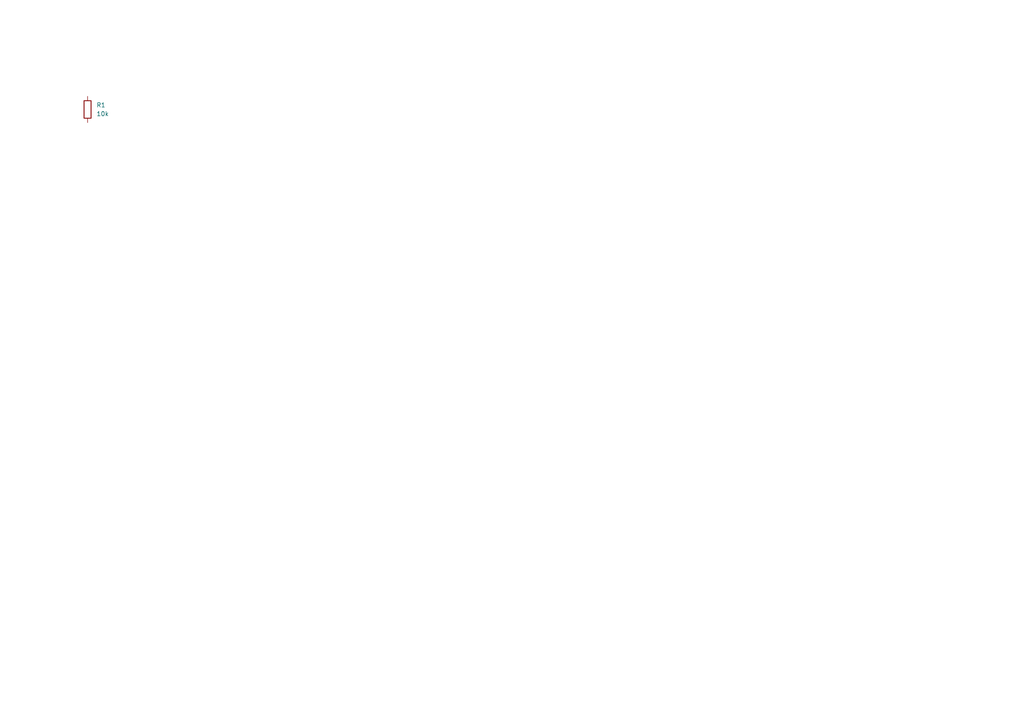
<source format=kicad_sch>
(kicad_sch (version 20250114) (generator "eeschema") (generator_version "9.0")
  (paper "A4")
  (title_block (title "Test"))
  (lib_symbols
    (symbol "Device:R" (pin_numbers (hide yes)) (pin_names (offset 0))
      (property "Reference" "R" (at 2.032 0 90))
      (property "Value" "R" (at 0 0 90))
      (symbol "R_0_1"
        (rectangle (start -1.016 -2.54) (end 1.016 2.54) (stroke (width 0.254)))
      )
      (symbol "R_1_1"
        (pin passive line (at 0 3.81 270) (length 1.27) (name "~") (number "1"))
        (pin passive line (at 0 -3.81 90) (length 1.27) (name "~") (number "2"))
      )
    )
  )
  (symbol (lib_id "Device:R") (at 25.4 31.75 0) (unit 1)
    (property "Reference" "R1" (at 27.94 30.4799 0) (effects (justify left)))
    (property "Value" "10k" (at 27.94 33.0199 0) (effects (justify left)))
  )
)
</source>
